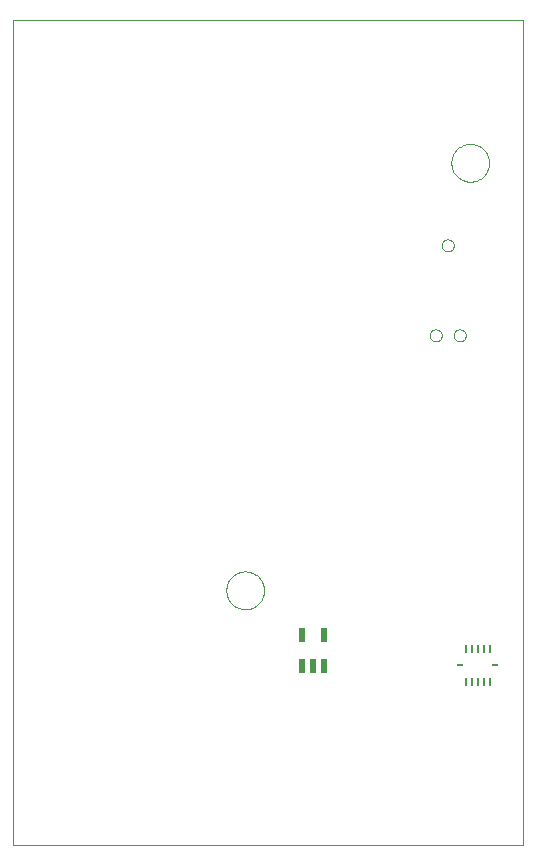
<source format=gtp>
G75*
G70*
%OFA0B0*%
%FSLAX24Y24*%
%IPPOS*%
%LPD*%
%AMOC8*
5,1,8,0,0,1.08239X$1,22.5*
%
%ADD10C,0.0000*%
%ADD11R,0.0217X0.0472*%
%ADD12R,0.0098X0.0315*%
%ADD13R,0.0197X0.0098*%
D10*
X003003Y000151D02*
X003003Y027651D01*
X020003Y027651D01*
X019996Y000151D01*
X003003Y000151D01*
X010123Y008651D02*
X010125Y008701D01*
X010131Y008751D01*
X010141Y008800D01*
X010155Y008848D01*
X010172Y008895D01*
X010193Y008940D01*
X010218Y008984D01*
X010246Y009025D01*
X010278Y009064D01*
X010312Y009101D01*
X010349Y009135D01*
X010389Y009165D01*
X010431Y009192D01*
X010475Y009216D01*
X010521Y009237D01*
X010568Y009253D01*
X010616Y009266D01*
X010666Y009275D01*
X010715Y009280D01*
X010766Y009281D01*
X010816Y009278D01*
X010865Y009271D01*
X010914Y009260D01*
X010962Y009245D01*
X011008Y009227D01*
X011053Y009205D01*
X011096Y009179D01*
X011137Y009150D01*
X011176Y009118D01*
X011212Y009083D01*
X011244Y009045D01*
X011274Y009005D01*
X011301Y008962D01*
X011324Y008918D01*
X011343Y008872D01*
X011359Y008824D01*
X011371Y008775D01*
X011379Y008726D01*
X011383Y008676D01*
X011383Y008626D01*
X011379Y008576D01*
X011371Y008527D01*
X011359Y008478D01*
X011343Y008430D01*
X011324Y008384D01*
X011301Y008340D01*
X011274Y008297D01*
X011244Y008257D01*
X011212Y008219D01*
X011176Y008184D01*
X011137Y008152D01*
X011096Y008123D01*
X011053Y008097D01*
X011008Y008075D01*
X010962Y008057D01*
X010914Y008042D01*
X010865Y008031D01*
X010816Y008024D01*
X010766Y008021D01*
X010715Y008022D01*
X010666Y008027D01*
X010616Y008036D01*
X010568Y008049D01*
X010521Y008065D01*
X010475Y008086D01*
X010431Y008110D01*
X010389Y008137D01*
X010349Y008167D01*
X010312Y008201D01*
X010278Y008238D01*
X010246Y008277D01*
X010218Y008318D01*
X010193Y008362D01*
X010172Y008407D01*
X010155Y008454D01*
X010141Y008502D01*
X010131Y008551D01*
X010125Y008601D01*
X010123Y008651D01*
X016903Y017151D02*
X016905Y017179D01*
X016911Y017206D01*
X016920Y017232D01*
X016933Y017257D01*
X016950Y017280D01*
X016969Y017300D01*
X016991Y017317D01*
X017015Y017331D01*
X017041Y017341D01*
X017068Y017348D01*
X017096Y017351D01*
X017124Y017350D01*
X017151Y017345D01*
X017178Y017336D01*
X017203Y017324D01*
X017226Y017309D01*
X017247Y017290D01*
X017265Y017269D01*
X017280Y017245D01*
X017291Y017219D01*
X017299Y017193D01*
X017303Y017165D01*
X017303Y017137D01*
X017299Y017109D01*
X017291Y017083D01*
X017280Y017057D01*
X017265Y017033D01*
X017247Y017012D01*
X017226Y016993D01*
X017203Y016978D01*
X017178Y016966D01*
X017151Y016957D01*
X017124Y016952D01*
X017096Y016951D01*
X017068Y016954D01*
X017041Y016961D01*
X017015Y016971D01*
X016991Y016985D01*
X016969Y017002D01*
X016950Y017022D01*
X016933Y017045D01*
X016920Y017070D01*
X016911Y017096D01*
X016905Y017123D01*
X016903Y017151D01*
X017703Y017151D02*
X017705Y017179D01*
X017711Y017206D01*
X017720Y017232D01*
X017733Y017257D01*
X017750Y017280D01*
X017769Y017300D01*
X017791Y017317D01*
X017815Y017331D01*
X017841Y017341D01*
X017868Y017348D01*
X017896Y017351D01*
X017924Y017350D01*
X017951Y017345D01*
X017978Y017336D01*
X018003Y017324D01*
X018026Y017309D01*
X018047Y017290D01*
X018065Y017269D01*
X018080Y017245D01*
X018091Y017219D01*
X018099Y017193D01*
X018103Y017165D01*
X018103Y017137D01*
X018099Y017109D01*
X018091Y017083D01*
X018080Y017057D01*
X018065Y017033D01*
X018047Y017012D01*
X018026Y016993D01*
X018003Y016978D01*
X017978Y016966D01*
X017951Y016957D01*
X017924Y016952D01*
X017896Y016951D01*
X017868Y016954D01*
X017841Y016961D01*
X017815Y016971D01*
X017791Y016985D01*
X017769Y017002D01*
X017750Y017022D01*
X017733Y017045D01*
X017720Y017070D01*
X017711Y017096D01*
X017705Y017123D01*
X017703Y017151D01*
X017303Y020151D02*
X017305Y020179D01*
X017311Y020206D01*
X017320Y020232D01*
X017333Y020257D01*
X017350Y020280D01*
X017369Y020300D01*
X017391Y020317D01*
X017415Y020331D01*
X017441Y020341D01*
X017468Y020348D01*
X017496Y020351D01*
X017524Y020350D01*
X017551Y020345D01*
X017578Y020336D01*
X017603Y020324D01*
X017626Y020309D01*
X017647Y020290D01*
X017665Y020269D01*
X017680Y020245D01*
X017691Y020219D01*
X017699Y020193D01*
X017703Y020165D01*
X017703Y020137D01*
X017699Y020109D01*
X017691Y020083D01*
X017680Y020057D01*
X017665Y020033D01*
X017647Y020012D01*
X017626Y019993D01*
X017603Y019978D01*
X017578Y019966D01*
X017551Y019957D01*
X017524Y019952D01*
X017496Y019951D01*
X017468Y019954D01*
X017441Y019961D01*
X017415Y019971D01*
X017391Y019985D01*
X017369Y020002D01*
X017350Y020022D01*
X017333Y020045D01*
X017320Y020070D01*
X017311Y020096D01*
X017305Y020123D01*
X017303Y020151D01*
X017623Y022901D02*
X017625Y022951D01*
X017631Y023001D01*
X017641Y023050D01*
X017655Y023098D01*
X017672Y023145D01*
X017693Y023190D01*
X017718Y023234D01*
X017746Y023275D01*
X017778Y023314D01*
X017812Y023351D01*
X017849Y023385D01*
X017889Y023415D01*
X017931Y023442D01*
X017975Y023466D01*
X018021Y023487D01*
X018068Y023503D01*
X018116Y023516D01*
X018166Y023525D01*
X018215Y023530D01*
X018266Y023531D01*
X018316Y023528D01*
X018365Y023521D01*
X018414Y023510D01*
X018462Y023495D01*
X018508Y023477D01*
X018553Y023455D01*
X018596Y023429D01*
X018637Y023400D01*
X018676Y023368D01*
X018712Y023333D01*
X018744Y023295D01*
X018774Y023255D01*
X018801Y023212D01*
X018824Y023168D01*
X018843Y023122D01*
X018859Y023074D01*
X018871Y023025D01*
X018879Y022976D01*
X018883Y022926D01*
X018883Y022876D01*
X018879Y022826D01*
X018871Y022777D01*
X018859Y022728D01*
X018843Y022680D01*
X018824Y022634D01*
X018801Y022590D01*
X018774Y022547D01*
X018744Y022507D01*
X018712Y022469D01*
X018676Y022434D01*
X018637Y022402D01*
X018596Y022373D01*
X018553Y022347D01*
X018508Y022325D01*
X018462Y022307D01*
X018414Y022292D01*
X018365Y022281D01*
X018316Y022274D01*
X018266Y022271D01*
X018215Y022272D01*
X018166Y022277D01*
X018116Y022286D01*
X018068Y022299D01*
X018021Y022315D01*
X017975Y022336D01*
X017931Y022360D01*
X017889Y022387D01*
X017849Y022417D01*
X017812Y022451D01*
X017778Y022488D01*
X017746Y022527D01*
X017718Y022568D01*
X017693Y022612D01*
X017672Y022657D01*
X017655Y022704D01*
X017641Y022752D01*
X017631Y022801D01*
X017625Y022851D01*
X017623Y022901D01*
D11*
X013377Y007163D03*
X013377Y006139D03*
X013003Y006139D03*
X012629Y006139D03*
X012629Y007163D03*
D12*
X018110Y006693D03*
X018307Y006693D03*
X018503Y006693D03*
X018700Y006693D03*
X018897Y006693D03*
X018897Y005610D03*
X018700Y005610D03*
X018503Y005610D03*
X018307Y005610D03*
X018110Y005610D03*
D13*
X017913Y006151D03*
X019094Y006151D03*
M02*

</source>
